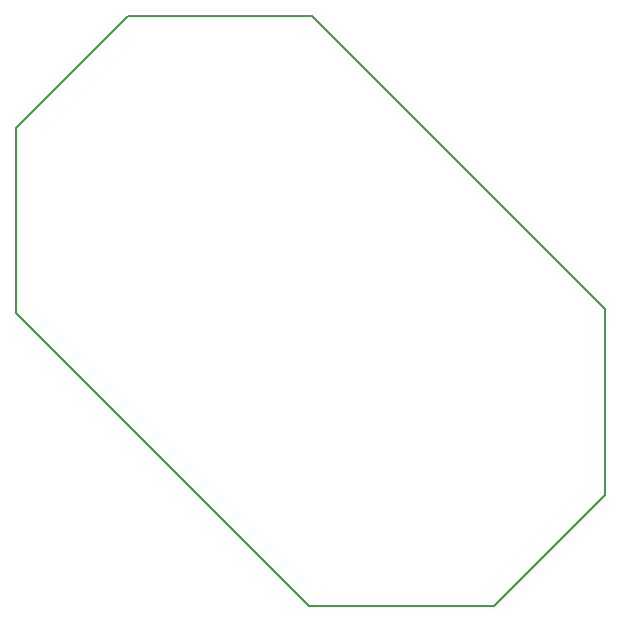
<source format=gm1>
G04 #@! TF.FileFunction,Profile,NP*
%FSLAX46Y46*%
G04 Gerber Fmt 4.6, Leading zero omitted, Abs format (unit mm)*
G04 Created by KiCad (PCBNEW 0.201509071501+6164~29~ubuntu14.04.1-product) date Wed 06 Jan 2016 18:04:02 GMT*
%MOMM*%
G01*
G04 APERTURE LIST*
%ADD10C,0.100000*%
%ADD11C,0.150000*%
G04 APERTURE END LIST*
D10*
D11*
X126800000Y-138000000D02*
X142500000Y-138000000D01*
X142500000Y-138000000D02*
X151900000Y-128600000D01*
X102000000Y-113200000D02*
X102000000Y-97500000D01*
X151900000Y-112800000D02*
X151900000Y-128600000D01*
X111500000Y-88000000D02*
X127100000Y-88000000D01*
X102000000Y-113200000D02*
X126800000Y-138000000D01*
X127100000Y-88000000D02*
X151900000Y-112800000D01*
X111500000Y-88000000D02*
X102000000Y-97500000D01*
M02*

</source>
